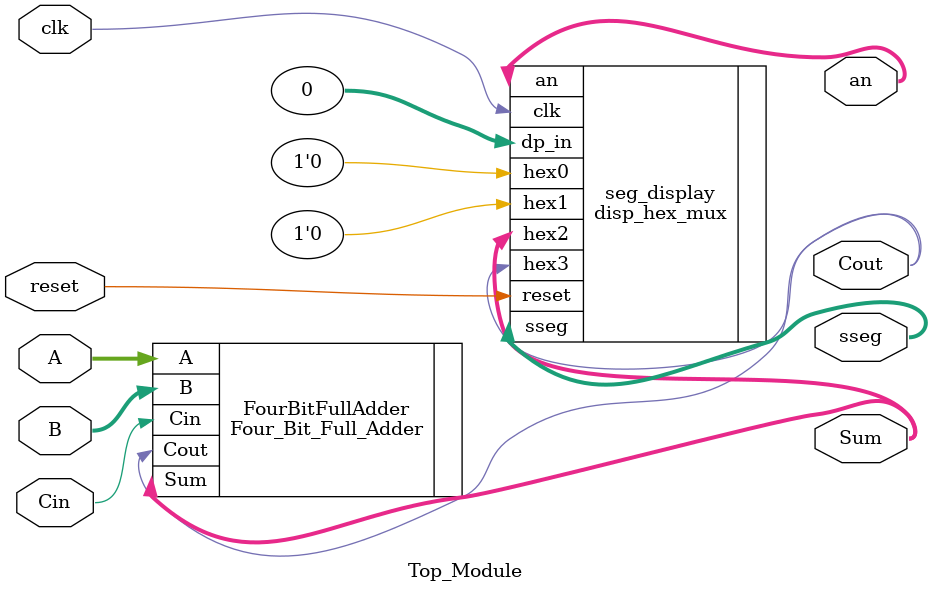
<source format=v>
`timescale 1ns / 1ps
module Top_Module(
    input [3:0] A,
	 input [3:0] B,
	 input Cin,
	 input wire clk, reset,
	 output [3:0] Sum,
	 output Cout,
	 output wire [3:0] an,
	 output wire [7:0] sseg
	 );
	 
	 disp_hex_mux seg_display(
	 .clk(clk), 
	 .reset(reset),
	 .an(an),
	 .sseg(sseg),
	 .hex3(Cout), 
	 .hex2(Sum), 
	 .hex1(1'b0), 
	 .hex0(1'b0),
	 .dp_in(0));
	 
	 
	 Four_Bit_Full_Adder FourBitFullAdder(
	 .A(A), 
	 .B(B), 
	 .Cin(Cin), 
	 .Cout(Cout), 
	 .Sum(Sum));


endmodule

</source>
